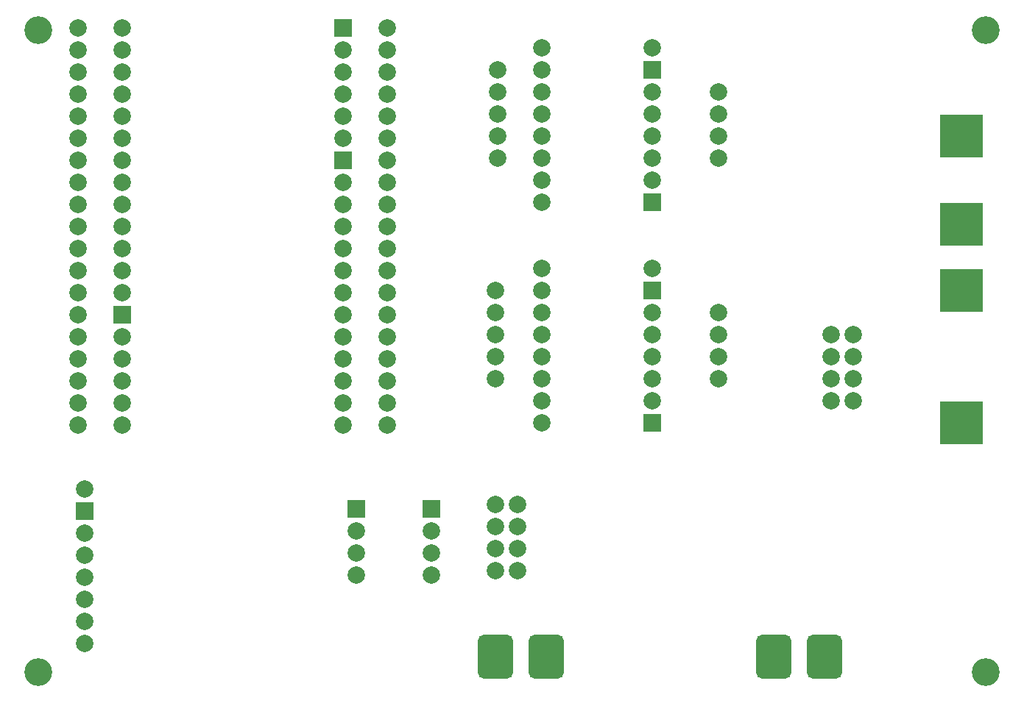
<source format=gbr>
%TF.GenerationSoftware,KiCad,Pcbnew,9.0.4*%
%TF.CreationDate,2025-09-24T21:04:32+02:00*%
%TF.ProjectId,stepperbalancerelektonics,73746570-7065-4726-9261-6c616e636572,rev?*%
%TF.SameCoordinates,Original*%
%TF.FileFunction,Soldermask,Bot*%
%TF.FilePolarity,Negative*%
%FSLAX46Y46*%
G04 Gerber Fmt 4.6, Leading zero omitted, Abs format (unit mm)*
G04 Created by KiCad (PCBNEW 9.0.4) date 2025-09-24 21:04:32*
%MOMM*%
%LPD*%
G01*
G04 APERTURE LIST*
G04 Aperture macros list*
%AMRoundRect*
0 Rectangle with rounded corners*
0 $1 Rounding radius*
0 $2 $3 $4 $5 $6 $7 $8 $9 X,Y pos of 4 corners*
0 Add a 4 corners polygon primitive as box body*
4,1,4,$2,$3,$4,$5,$6,$7,$8,$9,$2,$3,0*
0 Add four circle primitives for the rounded corners*
1,1,$1+$1,$2,$3*
1,1,$1+$1,$4,$5*
1,1,$1+$1,$6,$7*
1,1,$1+$1,$8,$9*
0 Add four rect primitives between the rounded corners*
20,1,$1+$1,$2,$3,$4,$5,0*
20,1,$1+$1,$4,$5,$6,$7,0*
20,1,$1+$1,$6,$7,$8,$9,0*
20,1,$1+$1,$8,$9,$2,$3,0*%
G04 Aperture macros list end*
%ADD10C,3.200000*%
%ADD11R,5.000000X5.000000*%
%ADD12RoundRect,0.600000X-1.400000X-1.900000X1.400000X-1.900000X1.400000X1.900000X-1.400000X1.900000X0*%
%ADD13C,2.000000*%
%ADD14R,2.000000X2.000000*%
G04 APERTURE END LIST*
D10*
%TO.C,REF\u002A\u002A*%
X71628000Y-48768000D03*
%TD*%
%TO.C,REF\u002A\u002A*%
X71628000Y-122682000D03*
%TD*%
%TO.C,REF\u002A\u002A*%
X180594000Y-122682000D03*
%TD*%
%TO.C,REF\u002A\u002A*%
X180594000Y-48768000D03*
%TD*%
D11*
%TO.C,Batterie*%
X177800000Y-60960000D03*
X177800000Y-71120000D03*
%TD*%
D12*
%TO.C,U9*%
X162052000Y-120904000D03*
%TD*%
%TO.C,U8*%
X156210000Y-120904000D03*
%TD*%
%TO.C,U7*%
X130048000Y-120904000D03*
%TD*%
%TO.C,U6*%
X124206000Y-120904000D03*
%TD*%
D13*
%TO.C,U5*%
X162814000Y-83820000D03*
X162814000Y-86360000D03*
X162814000Y-88900000D03*
X162814000Y-91440000D03*
X165354000Y-83820000D03*
X165354000Y-86360000D03*
X165354000Y-88900000D03*
X165354000Y-91440000D03*
%TD*%
%TO.C,U4*%
X124206000Y-103378000D03*
X124206000Y-105918000D03*
X124206000Y-108458000D03*
X124206000Y-110998000D03*
X126746000Y-103378000D03*
X126746000Y-105918000D03*
X126746000Y-108458000D03*
X126746000Y-110998000D03*
%TD*%
%TO.C,MPU1*%
X76962000Y-101600000D03*
D14*
X76962000Y-104140000D03*
D13*
X76962000Y-106680000D03*
X76962000Y-109220000D03*
X76962000Y-111760000D03*
X76962000Y-114300000D03*
X76962000Y-116840000D03*
X76962000Y-119380000D03*
%TD*%
%TO.C,U2*%
X124206000Y-78740000D03*
X124206000Y-81280000D03*
X124206000Y-83820000D03*
X124206000Y-86360000D03*
X124206000Y-88900000D03*
%TD*%
%TO.C,U3*%
X124460000Y-53340000D03*
X124460000Y-55880000D03*
X124460000Y-58420000D03*
X124460000Y-60960000D03*
X124460000Y-63500000D03*
%TD*%
%TO.C,Esp32C1*%
X76200000Y-48514000D03*
X76200000Y-51054000D03*
X76200000Y-53594000D03*
X76200000Y-56134000D03*
X76200000Y-58674000D03*
X76200000Y-61214000D03*
X76200000Y-63754000D03*
X76200000Y-66294000D03*
X76200000Y-68834000D03*
X76200000Y-71374000D03*
X76200000Y-73914000D03*
X76200000Y-76454000D03*
X76200000Y-78994000D03*
X76200000Y-81534000D03*
X76200000Y-84074000D03*
X76200000Y-86614000D03*
X76200000Y-89154000D03*
X76200000Y-91694000D03*
X76200000Y-94234000D03*
X111760000Y-48514000D03*
X111760000Y-51054000D03*
X111760000Y-53594000D03*
X111760000Y-56134000D03*
X111760000Y-58674000D03*
X111760000Y-61214000D03*
X111760000Y-63754000D03*
X111760000Y-66294000D03*
X111760000Y-68834000D03*
X111760000Y-71374000D03*
X111760000Y-73914000D03*
X111760000Y-76454000D03*
X111760000Y-78994000D03*
X111760000Y-81534000D03*
X111760000Y-84074000D03*
X111760000Y-86614000D03*
X111760000Y-89154000D03*
X111760000Y-91694000D03*
X111760000Y-94234000D03*
%TD*%
D11*
%TO.C,Button1*%
X177800000Y-78740000D03*
X177800000Y-93980000D03*
%TD*%
D14*
%TO.C,OLED1*%
X108204000Y-103886000D03*
D13*
X108204000Y-106426000D03*
X108204000Y-108966000D03*
X108204000Y-111506000D03*
%TD*%
%TO.C,Stepper1*%
X149860000Y-55880000D03*
X149860000Y-58420000D03*
X149860000Y-60960000D03*
X149860000Y-63500000D03*
%TD*%
%TO.C,TMC2*%
X129540000Y-76200000D03*
X129540000Y-78740000D03*
X129540000Y-81280000D03*
X129540000Y-83820000D03*
X129540000Y-86360000D03*
X129540000Y-88900000D03*
X129540000Y-91440000D03*
X129540000Y-93980000D03*
X142240000Y-76200000D03*
D14*
X142240000Y-78740000D03*
D13*
X142240000Y-81280000D03*
X142240000Y-83820000D03*
X142240000Y-86360000D03*
X142240000Y-88900000D03*
X142240000Y-91440000D03*
D14*
X142240000Y-93980000D03*
%TD*%
D13*
%TO.C,Esp1*%
X81280000Y-48514000D03*
X81280000Y-51054000D03*
X81280000Y-53594000D03*
X81280000Y-56134000D03*
X81280000Y-58674000D03*
X81280000Y-61214000D03*
X81280000Y-63754000D03*
X81280000Y-66294000D03*
X81280000Y-68834000D03*
X81280000Y-71374000D03*
X81280000Y-73914000D03*
X81280000Y-76454000D03*
X81280000Y-78994000D03*
D14*
X81280000Y-81534000D03*
D13*
X81280000Y-84074000D03*
X81280000Y-86614000D03*
X81280000Y-89154000D03*
X81280000Y-91694000D03*
X81280000Y-94234000D03*
D14*
X106680000Y-48514000D03*
D13*
X106680000Y-51054000D03*
X106680000Y-53594000D03*
X106680000Y-56134000D03*
X106680000Y-58674000D03*
X106680000Y-61214000D03*
D14*
X106680000Y-63754000D03*
D13*
X106680000Y-66294000D03*
X106680000Y-68834000D03*
X106680000Y-71374000D03*
X106680000Y-73914000D03*
X106680000Y-76454000D03*
X106680000Y-78994000D03*
X106680000Y-81534000D03*
X106680000Y-84074000D03*
X106680000Y-86614000D03*
X106680000Y-89154000D03*
X106680000Y-91694000D03*
X106680000Y-94234000D03*
%TD*%
%TO.C,TMC1*%
X129540000Y-50800000D03*
X129540000Y-53340000D03*
X129540000Y-55880000D03*
X129540000Y-58420000D03*
X129540000Y-60960000D03*
X129540000Y-63500000D03*
X129540000Y-66040000D03*
X129540000Y-68580000D03*
X142240000Y-50800000D03*
D14*
X142240000Y-53340000D03*
D13*
X142240000Y-55880000D03*
X142240000Y-58420000D03*
X142240000Y-60960000D03*
X142240000Y-63500000D03*
X142240000Y-66040000D03*
D14*
X142240000Y-68580000D03*
%TD*%
D13*
%TO.C,Stepper2*%
X149860000Y-81280000D03*
X149860000Y-83820000D03*
X149860000Y-86360000D03*
X149860000Y-88900000D03*
%TD*%
D14*
%TO.C,OLED2*%
X116840000Y-103886000D03*
D13*
X116840000Y-106426000D03*
X116840000Y-108966000D03*
X116840000Y-111506000D03*
%TD*%
M02*

</source>
